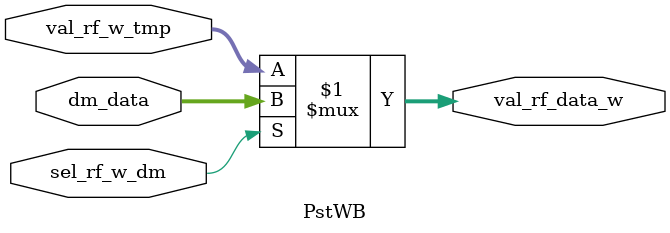
<source format=v>
`timescale 1ns / 1ps

`include "Core.vh"

module PstWB(
    sel_rf_w_dm, val_rf_w_tmp, dm_data,
    val_rf_data_w
);
    input sel_rf_w_dm;
    input [31:0] val_rf_w_tmp, dm_data;
    output [31:0] val_rf_data_w;

    assign val_rf_data_w = sel_rf_w_dm ? dm_data : val_rf_w_tmp;
endmodule

</source>
